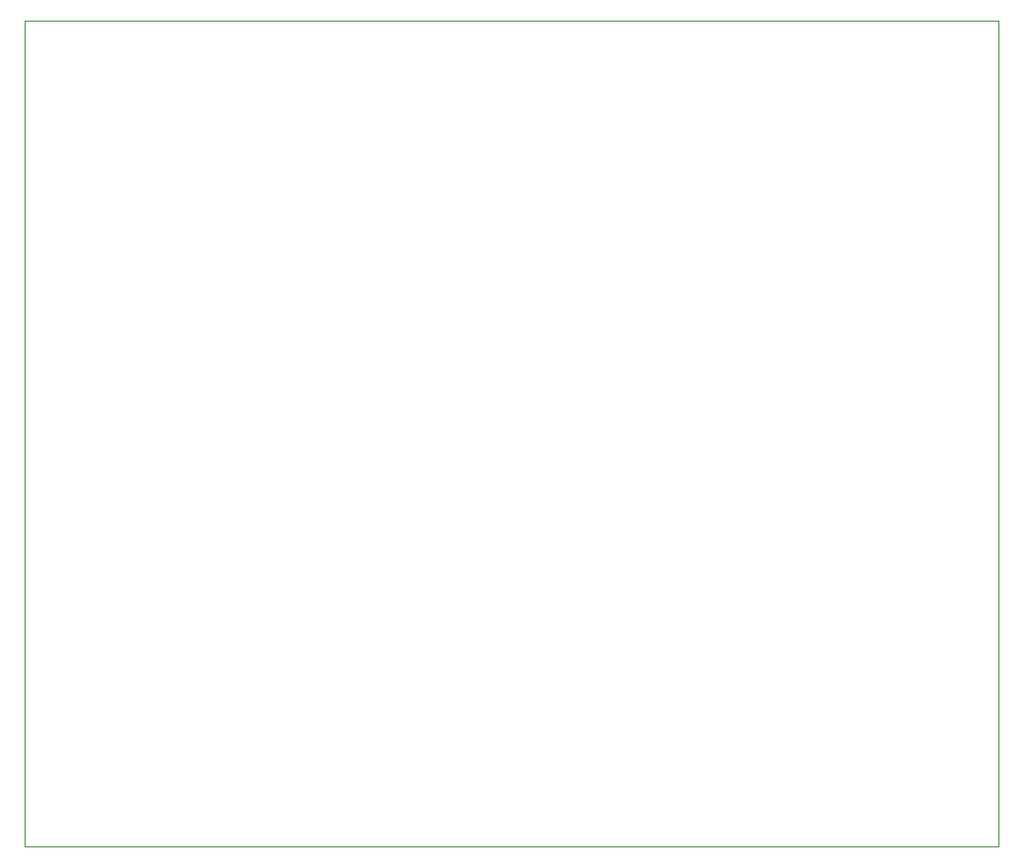
<source format=gbr>
%TF.GenerationSoftware,KiCad,Pcbnew,7.0.8-1.fc38*%
%TF.CreationDate,2023-11-06T19:13:25+00:00*%
%TF.ProjectId,Dev_habit_reminder,4465765f-6861-4626-9974-5f72656d696e,rev?*%
%TF.SameCoordinates,Original*%
%TF.FileFunction,Profile,NP*%
%FSLAX46Y46*%
G04 Gerber Fmt 4.6, Leading zero omitted, Abs format (unit mm)*
G04 Created by KiCad (PCBNEW 7.0.8-1.fc38) date 2023-11-06 19:13:25*
%MOMM*%
%LPD*%
G01*
G04 APERTURE LIST*
%TA.AperFunction,Profile*%
%ADD10C,0.100000*%
%TD*%
G04 APERTURE END LIST*
D10*
X106680000Y-58420000D02*
X190500000Y-58420000D01*
X190500000Y-129540000D01*
X106680000Y-129540000D01*
X106680000Y-58420000D01*
M02*

</source>
